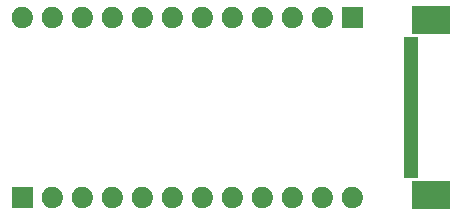
<source format=gbr>
G04 #@! TF.GenerationSoftware,KiCad,Pcbnew,(5.1.5)-3*
G04 #@! TF.CreationDate,2020-06-05T16:26:23+02:00*
G04 #@! TF.ProjectId,FFC_24Pin_P0.5mm_Breakout,4646435f-3234-4506-996e-5f50302e356d,rev?*
G04 #@! TF.SameCoordinates,Original*
G04 #@! TF.FileFunction,Soldermask,Top*
G04 #@! TF.FilePolarity,Negative*
%FSLAX46Y46*%
G04 Gerber Fmt 4.6, Leading zero omitted, Abs format (unit mm)*
G04 Created by KiCad (PCBNEW (5.1.5)-3) date 2020-06-05 16:26:23*
%MOMM*%
%LPD*%
G04 APERTURE LIST*
%ADD10C,0.100000*%
G04 APERTURE END LIST*
D10*
G36*
X127681000Y-94981000D02*
G01*
X124479000Y-94981000D01*
X124479000Y-92579000D01*
X127681000Y-92579000D01*
X127681000Y-94981000D01*
G37*
G36*
X119493512Y-93083927D02*
G01*
X119642812Y-93113624D01*
X119806784Y-93181544D01*
X119954354Y-93280147D01*
X120079853Y-93405646D01*
X120178456Y-93553216D01*
X120246376Y-93717188D01*
X120281000Y-93891259D01*
X120281000Y-94068741D01*
X120246376Y-94242812D01*
X120178456Y-94406784D01*
X120079853Y-94554354D01*
X119954354Y-94679853D01*
X119806784Y-94778456D01*
X119642812Y-94846376D01*
X119493512Y-94876073D01*
X119468742Y-94881000D01*
X119291258Y-94881000D01*
X119266488Y-94876073D01*
X119117188Y-94846376D01*
X118953216Y-94778456D01*
X118805646Y-94679853D01*
X118680147Y-94554354D01*
X118581544Y-94406784D01*
X118513624Y-94242812D01*
X118479000Y-94068741D01*
X118479000Y-93891259D01*
X118513624Y-93717188D01*
X118581544Y-93553216D01*
X118680147Y-93405646D01*
X118805646Y-93280147D01*
X118953216Y-93181544D01*
X119117188Y-93113624D01*
X119266488Y-93083927D01*
X119291258Y-93079000D01*
X119468742Y-93079000D01*
X119493512Y-93083927D01*
G37*
G36*
X116953512Y-93083927D02*
G01*
X117102812Y-93113624D01*
X117266784Y-93181544D01*
X117414354Y-93280147D01*
X117539853Y-93405646D01*
X117638456Y-93553216D01*
X117706376Y-93717188D01*
X117741000Y-93891259D01*
X117741000Y-94068741D01*
X117706376Y-94242812D01*
X117638456Y-94406784D01*
X117539853Y-94554354D01*
X117414354Y-94679853D01*
X117266784Y-94778456D01*
X117102812Y-94846376D01*
X116953512Y-94876073D01*
X116928742Y-94881000D01*
X116751258Y-94881000D01*
X116726488Y-94876073D01*
X116577188Y-94846376D01*
X116413216Y-94778456D01*
X116265646Y-94679853D01*
X116140147Y-94554354D01*
X116041544Y-94406784D01*
X115973624Y-94242812D01*
X115939000Y-94068741D01*
X115939000Y-93891259D01*
X115973624Y-93717188D01*
X116041544Y-93553216D01*
X116140147Y-93405646D01*
X116265646Y-93280147D01*
X116413216Y-93181544D01*
X116577188Y-93113624D01*
X116726488Y-93083927D01*
X116751258Y-93079000D01*
X116928742Y-93079000D01*
X116953512Y-93083927D01*
G37*
G36*
X114413512Y-93083927D02*
G01*
X114562812Y-93113624D01*
X114726784Y-93181544D01*
X114874354Y-93280147D01*
X114999853Y-93405646D01*
X115098456Y-93553216D01*
X115166376Y-93717188D01*
X115201000Y-93891259D01*
X115201000Y-94068741D01*
X115166376Y-94242812D01*
X115098456Y-94406784D01*
X114999853Y-94554354D01*
X114874354Y-94679853D01*
X114726784Y-94778456D01*
X114562812Y-94846376D01*
X114413512Y-94876073D01*
X114388742Y-94881000D01*
X114211258Y-94881000D01*
X114186488Y-94876073D01*
X114037188Y-94846376D01*
X113873216Y-94778456D01*
X113725646Y-94679853D01*
X113600147Y-94554354D01*
X113501544Y-94406784D01*
X113433624Y-94242812D01*
X113399000Y-94068741D01*
X113399000Y-93891259D01*
X113433624Y-93717188D01*
X113501544Y-93553216D01*
X113600147Y-93405646D01*
X113725646Y-93280147D01*
X113873216Y-93181544D01*
X114037188Y-93113624D01*
X114186488Y-93083927D01*
X114211258Y-93079000D01*
X114388742Y-93079000D01*
X114413512Y-93083927D01*
G37*
G36*
X111873512Y-93083927D02*
G01*
X112022812Y-93113624D01*
X112186784Y-93181544D01*
X112334354Y-93280147D01*
X112459853Y-93405646D01*
X112558456Y-93553216D01*
X112626376Y-93717188D01*
X112661000Y-93891259D01*
X112661000Y-94068741D01*
X112626376Y-94242812D01*
X112558456Y-94406784D01*
X112459853Y-94554354D01*
X112334354Y-94679853D01*
X112186784Y-94778456D01*
X112022812Y-94846376D01*
X111873512Y-94876073D01*
X111848742Y-94881000D01*
X111671258Y-94881000D01*
X111646488Y-94876073D01*
X111497188Y-94846376D01*
X111333216Y-94778456D01*
X111185646Y-94679853D01*
X111060147Y-94554354D01*
X110961544Y-94406784D01*
X110893624Y-94242812D01*
X110859000Y-94068741D01*
X110859000Y-93891259D01*
X110893624Y-93717188D01*
X110961544Y-93553216D01*
X111060147Y-93405646D01*
X111185646Y-93280147D01*
X111333216Y-93181544D01*
X111497188Y-93113624D01*
X111646488Y-93083927D01*
X111671258Y-93079000D01*
X111848742Y-93079000D01*
X111873512Y-93083927D01*
G37*
G36*
X109333512Y-93083927D02*
G01*
X109482812Y-93113624D01*
X109646784Y-93181544D01*
X109794354Y-93280147D01*
X109919853Y-93405646D01*
X110018456Y-93553216D01*
X110086376Y-93717188D01*
X110121000Y-93891259D01*
X110121000Y-94068741D01*
X110086376Y-94242812D01*
X110018456Y-94406784D01*
X109919853Y-94554354D01*
X109794354Y-94679853D01*
X109646784Y-94778456D01*
X109482812Y-94846376D01*
X109333512Y-94876073D01*
X109308742Y-94881000D01*
X109131258Y-94881000D01*
X109106488Y-94876073D01*
X108957188Y-94846376D01*
X108793216Y-94778456D01*
X108645646Y-94679853D01*
X108520147Y-94554354D01*
X108421544Y-94406784D01*
X108353624Y-94242812D01*
X108319000Y-94068741D01*
X108319000Y-93891259D01*
X108353624Y-93717188D01*
X108421544Y-93553216D01*
X108520147Y-93405646D01*
X108645646Y-93280147D01*
X108793216Y-93181544D01*
X108957188Y-93113624D01*
X109106488Y-93083927D01*
X109131258Y-93079000D01*
X109308742Y-93079000D01*
X109333512Y-93083927D01*
G37*
G36*
X106793512Y-93083927D02*
G01*
X106942812Y-93113624D01*
X107106784Y-93181544D01*
X107254354Y-93280147D01*
X107379853Y-93405646D01*
X107478456Y-93553216D01*
X107546376Y-93717188D01*
X107581000Y-93891259D01*
X107581000Y-94068741D01*
X107546376Y-94242812D01*
X107478456Y-94406784D01*
X107379853Y-94554354D01*
X107254354Y-94679853D01*
X107106784Y-94778456D01*
X106942812Y-94846376D01*
X106793512Y-94876073D01*
X106768742Y-94881000D01*
X106591258Y-94881000D01*
X106566488Y-94876073D01*
X106417188Y-94846376D01*
X106253216Y-94778456D01*
X106105646Y-94679853D01*
X105980147Y-94554354D01*
X105881544Y-94406784D01*
X105813624Y-94242812D01*
X105779000Y-94068741D01*
X105779000Y-93891259D01*
X105813624Y-93717188D01*
X105881544Y-93553216D01*
X105980147Y-93405646D01*
X106105646Y-93280147D01*
X106253216Y-93181544D01*
X106417188Y-93113624D01*
X106566488Y-93083927D01*
X106591258Y-93079000D01*
X106768742Y-93079000D01*
X106793512Y-93083927D01*
G37*
G36*
X104253512Y-93083927D02*
G01*
X104402812Y-93113624D01*
X104566784Y-93181544D01*
X104714354Y-93280147D01*
X104839853Y-93405646D01*
X104938456Y-93553216D01*
X105006376Y-93717188D01*
X105041000Y-93891259D01*
X105041000Y-94068741D01*
X105006376Y-94242812D01*
X104938456Y-94406784D01*
X104839853Y-94554354D01*
X104714354Y-94679853D01*
X104566784Y-94778456D01*
X104402812Y-94846376D01*
X104253512Y-94876073D01*
X104228742Y-94881000D01*
X104051258Y-94881000D01*
X104026488Y-94876073D01*
X103877188Y-94846376D01*
X103713216Y-94778456D01*
X103565646Y-94679853D01*
X103440147Y-94554354D01*
X103341544Y-94406784D01*
X103273624Y-94242812D01*
X103239000Y-94068741D01*
X103239000Y-93891259D01*
X103273624Y-93717188D01*
X103341544Y-93553216D01*
X103440147Y-93405646D01*
X103565646Y-93280147D01*
X103713216Y-93181544D01*
X103877188Y-93113624D01*
X104026488Y-93083927D01*
X104051258Y-93079000D01*
X104228742Y-93079000D01*
X104253512Y-93083927D01*
G37*
G36*
X101713512Y-93083927D02*
G01*
X101862812Y-93113624D01*
X102026784Y-93181544D01*
X102174354Y-93280147D01*
X102299853Y-93405646D01*
X102398456Y-93553216D01*
X102466376Y-93717188D01*
X102501000Y-93891259D01*
X102501000Y-94068741D01*
X102466376Y-94242812D01*
X102398456Y-94406784D01*
X102299853Y-94554354D01*
X102174354Y-94679853D01*
X102026784Y-94778456D01*
X101862812Y-94846376D01*
X101713512Y-94876073D01*
X101688742Y-94881000D01*
X101511258Y-94881000D01*
X101486488Y-94876073D01*
X101337188Y-94846376D01*
X101173216Y-94778456D01*
X101025646Y-94679853D01*
X100900147Y-94554354D01*
X100801544Y-94406784D01*
X100733624Y-94242812D01*
X100699000Y-94068741D01*
X100699000Y-93891259D01*
X100733624Y-93717188D01*
X100801544Y-93553216D01*
X100900147Y-93405646D01*
X101025646Y-93280147D01*
X101173216Y-93181544D01*
X101337188Y-93113624D01*
X101486488Y-93083927D01*
X101511258Y-93079000D01*
X101688742Y-93079000D01*
X101713512Y-93083927D01*
G37*
G36*
X99173512Y-93083927D02*
G01*
X99322812Y-93113624D01*
X99486784Y-93181544D01*
X99634354Y-93280147D01*
X99759853Y-93405646D01*
X99858456Y-93553216D01*
X99926376Y-93717188D01*
X99961000Y-93891259D01*
X99961000Y-94068741D01*
X99926376Y-94242812D01*
X99858456Y-94406784D01*
X99759853Y-94554354D01*
X99634354Y-94679853D01*
X99486784Y-94778456D01*
X99322812Y-94846376D01*
X99173512Y-94876073D01*
X99148742Y-94881000D01*
X98971258Y-94881000D01*
X98946488Y-94876073D01*
X98797188Y-94846376D01*
X98633216Y-94778456D01*
X98485646Y-94679853D01*
X98360147Y-94554354D01*
X98261544Y-94406784D01*
X98193624Y-94242812D01*
X98159000Y-94068741D01*
X98159000Y-93891259D01*
X98193624Y-93717188D01*
X98261544Y-93553216D01*
X98360147Y-93405646D01*
X98485646Y-93280147D01*
X98633216Y-93181544D01*
X98797188Y-93113624D01*
X98946488Y-93083927D01*
X98971258Y-93079000D01*
X99148742Y-93079000D01*
X99173512Y-93083927D01*
G37*
G36*
X96633512Y-93083927D02*
G01*
X96782812Y-93113624D01*
X96946784Y-93181544D01*
X97094354Y-93280147D01*
X97219853Y-93405646D01*
X97318456Y-93553216D01*
X97386376Y-93717188D01*
X97421000Y-93891259D01*
X97421000Y-94068741D01*
X97386376Y-94242812D01*
X97318456Y-94406784D01*
X97219853Y-94554354D01*
X97094354Y-94679853D01*
X96946784Y-94778456D01*
X96782812Y-94846376D01*
X96633512Y-94876073D01*
X96608742Y-94881000D01*
X96431258Y-94881000D01*
X96406488Y-94876073D01*
X96257188Y-94846376D01*
X96093216Y-94778456D01*
X95945646Y-94679853D01*
X95820147Y-94554354D01*
X95721544Y-94406784D01*
X95653624Y-94242812D01*
X95619000Y-94068741D01*
X95619000Y-93891259D01*
X95653624Y-93717188D01*
X95721544Y-93553216D01*
X95820147Y-93405646D01*
X95945646Y-93280147D01*
X96093216Y-93181544D01*
X96257188Y-93113624D01*
X96406488Y-93083927D01*
X96431258Y-93079000D01*
X96608742Y-93079000D01*
X96633512Y-93083927D01*
G37*
G36*
X94093512Y-93083927D02*
G01*
X94242812Y-93113624D01*
X94406784Y-93181544D01*
X94554354Y-93280147D01*
X94679853Y-93405646D01*
X94778456Y-93553216D01*
X94846376Y-93717188D01*
X94881000Y-93891259D01*
X94881000Y-94068741D01*
X94846376Y-94242812D01*
X94778456Y-94406784D01*
X94679853Y-94554354D01*
X94554354Y-94679853D01*
X94406784Y-94778456D01*
X94242812Y-94846376D01*
X94093512Y-94876073D01*
X94068742Y-94881000D01*
X93891258Y-94881000D01*
X93866488Y-94876073D01*
X93717188Y-94846376D01*
X93553216Y-94778456D01*
X93405646Y-94679853D01*
X93280147Y-94554354D01*
X93181544Y-94406784D01*
X93113624Y-94242812D01*
X93079000Y-94068741D01*
X93079000Y-93891259D01*
X93113624Y-93717188D01*
X93181544Y-93553216D01*
X93280147Y-93405646D01*
X93405646Y-93280147D01*
X93553216Y-93181544D01*
X93717188Y-93113624D01*
X93866488Y-93083927D01*
X93891258Y-93079000D01*
X94068742Y-93079000D01*
X94093512Y-93083927D01*
G37*
G36*
X92341000Y-94881000D02*
G01*
X90539000Y-94881000D01*
X90539000Y-93079000D01*
X92341000Y-93079000D01*
X92341000Y-94881000D01*
G37*
G36*
X124981000Y-92311000D02*
G01*
X123779000Y-92311000D01*
X123779000Y-80409000D01*
X124981000Y-80409000D01*
X124981000Y-92311000D01*
G37*
G36*
X127681000Y-80141000D02*
G01*
X124479000Y-80141000D01*
X124479000Y-77739000D01*
X127681000Y-77739000D01*
X127681000Y-80141000D01*
G37*
G36*
X94093512Y-77843927D02*
G01*
X94242812Y-77873624D01*
X94406784Y-77941544D01*
X94554354Y-78040147D01*
X94679853Y-78165646D01*
X94778456Y-78313216D01*
X94846376Y-78477188D01*
X94881000Y-78651259D01*
X94881000Y-78828741D01*
X94846376Y-79002812D01*
X94778456Y-79166784D01*
X94679853Y-79314354D01*
X94554354Y-79439853D01*
X94406784Y-79538456D01*
X94242812Y-79606376D01*
X94093512Y-79636073D01*
X94068742Y-79641000D01*
X93891258Y-79641000D01*
X93866488Y-79636073D01*
X93717188Y-79606376D01*
X93553216Y-79538456D01*
X93405646Y-79439853D01*
X93280147Y-79314354D01*
X93181544Y-79166784D01*
X93113624Y-79002812D01*
X93079000Y-78828741D01*
X93079000Y-78651259D01*
X93113624Y-78477188D01*
X93181544Y-78313216D01*
X93280147Y-78165646D01*
X93405646Y-78040147D01*
X93553216Y-77941544D01*
X93717188Y-77873624D01*
X93866488Y-77843927D01*
X93891258Y-77839000D01*
X94068742Y-77839000D01*
X94093512Y-77843927D01*
G37*
G36*
X91553512Y-77843927D02*
G01*
X91702812Y-77873624D01*
X91866784Y-77941544D01*
X92014354Y-78040147D01*
X92139853Y-78165646D01*
X92238456Y-78313216D01*
X92306376Y-78477188D01*
X92341000Y-78651259D01*
X92341000Y-78828741D01*
X92306376Y-79002812D01*
X92238456Y-79166784D01*
X92139853Y-79314354D01*
X92014354Y-79439853D01*
X91866784Y-79538456D01*
X91702812Y-79606376D01*
X91553512Y-79636073D01*
X91528742Y-79641000D01*
X91351258Y-79641000D01*
X91326488Y-79636073D01*
X91177188Y-79606376D01*
X91013216Y-79538456D01*
X90865646Y-79439853D01*
X90740147Y-79314354D01*
X90641544Y-79166784D01*
X90573624Y-79002812D01*
X90539000Y-78828741D01*
X90539000Y-78651259D01*
X90573624Y-78477188D01*
X90641544Y-78313216D01*
X90740147Y-78165646D01*
X90865646Y-78040147D01*
X91013216Y-77941544D01*
X91177188Y-77873624D01*
X91326488Y-77843927D01*
X91351258Y-77839000D01*
X91528742Y-77839000D01*
X91553512Y-77843927D01*
G37*
G36*
X96633512Y-77843927D02*
G01*
X96782812Y-77873624D01*
X96946784Y-77941544D01*
X97094354Y-78040147D01*
X97219853Y-78165646D01*
X97318456Y-78313216D01*
X97386376Y-78477188D01*
X97421000Y-78651259D01*
X97421000Y-78828741D01*
X97386376Y-79002812D01*
X97318456Y-79166784D01*
X97219853Y-79314354D01*
X97094354Y-79439853D01*
X96946784Y-79538456D01*
X96782812Y-79606376D01*
X96633512Y-79636073D01*
X96608742Y-79641000D01*
X96431258Y-79641000D01*
X96406488Y-79636073D01*
X96257188Y-79606376D01*
X96093216Y-79538456D01*
X95945646Y-79439853D01*
X95820147Y-79314354D01*
X95721544Y-79166784D01*
X95653624Y-79002812D01*
X95619000Y-78828741D01*
X95619000Y-78651259D01*
X95653624Y-78477188D01*
X95721544Y-78313216D01*
X95820147Y-78165646D01*
X95945646Y-78040147D01*
X96093216Y-77941544D01*
X96257188Y-77873624D01*
X96406488Y-77843927D01*
X96431258Y-77839000D01*
X96608742Y-77839000D01*
X96633512Y-77843927D01*
G37*
G36*
X99173512Y-77843927D02*
G01*
X99322812Y-77873624D01*
X99486784Y-77941544D01*
X99634354Y-78040147D01*
X99759853Y-78165646D01*
X99858456Y-78313216D01*
X99926376Y-78477188D01*
X99961000Y-78651259D01*
X99961000Y-78828741D01*
X99926376Y-79002812D01*
X99858456Y-79166784D01*
X99759853Y-79314354D01*
X99634354Y-79439853D01*
X99486784Y-79538456D01*
X99322812Y-79606376D01*
X99173512Y-79636073D01*
X99148742Y-79641000D01*
X98971258Y-79641000D01*
X98946488Y-79636073D01*
X98797188Y-79606376D01*
X98633216Y-79538456D01*
X98485646Y-79439853D01*
X98360147Y-79314354D01*
X98261544Y-79166784D01*
X98193624Y-79002812D01*
X98159000Y-78828741D01*
X98159000Y-78651259D01*
X98193624Y-78477188D01*
X98261544Y-78313216D01*
X98360147Y-78165646D01*
X98485646Y-78040147D01*
X98633216Y-77941544D01*
X98797188Y-77873624D01*
X98946488Y-77843927D01*
X98971258Y-77839000D01*
X99148742Y-77839000D01*
X99173512Y-77843927D01*
G37*
G36*
X101713512Y-77843927D02*
G01*
X101862812Y-77873624D01*
X102026784Y-77941544D01*
X102174354Y-78040147D01*
X102299853Y-78165646D01*
X102398456Y-78313216D01*
X102466376Y-78477188D01*
X102501000Y-78651259D01*
X102501000Y-78828741D01*
X102466376Y-79002812D01*
X102398456Y-79166784D01*
X102299853Y-79314354D01*
X102174354Y-79439853D01*
X102026784Y-79538456D01*
X101862812Y-79606376D01*
X101713512Y-79636073D01*
X101688742Y-79641000D01*
X101511258Y-79641000D01*
X101486488Y-79636073D01*
X101337188Y-79606376D01*
X101173216Y-79538456D01*
X101025646Y-79439853D01*
X100900147Y-79314354D01*
X100801544Y-79166784D01*
X100733624Y-79002812D01*
X100699000Y-78828741D01*
X100699000Y-78651259D01*
X100733624Y-78477188D01*
X100801544Y-78313216D01*
X100900147Y-78165646D01*
X101025646Y-78040147D01*
X101173216Y-77941544D01*
X101337188Y-77873624D01*
X101486488Y-77843927D01*
X101511258Y-77839000D01*
X101688742Y-77839000D01*
X101713512Y-77843927D01*
G37*
G36*
X104253512Y-77843927D02*
G01*
X104402812Y-77873624D01*
X104566784Y-77941544D01*
X104714354Y-78040147D01*
X104839853Y-78165646D01*
X104938456Y-78313216D01*
X105006376Y-78477188D01*
X105041000Y-78651259D01*
X105041000Y-78828741D01*
X105006376Y-79002812D01*
X104938456Y-79166784D01*
X104839853Y-79314354D01*
X104714354Y-79439853D01*
X104566784Y-79538456D01*
X104402812Y-79606376D01*
X104253512Y-79636073D01*
X104228742Y-79641000D01*
X104051258Y-79641000D01*
X104026488Y-79636073D01*
X103877188Y-79606376D01*
X103713216Y-79538456D01*
X103565646Y-79439853D01*
X103440147Y-79314354D01*
X103341544Y-79166784D01*
X103273624Y-79002812D01*
X103239000Y-78828741D01*
X103239000Y-78651259D01*
X103273624Y-78477188D01*
X103341544Y-78313216D01*
X103440147Y-78165646D01*
X103565646Y-78040147D01*
X103713216Y-77941544D01*
X103877188Y-77873624D01*
X104026488Y-77843927D01*
X104051258Y-77839000D01*
X104228742Y-77839000D01*
X104253512Y-77843927D01*
G37*
G36*
X106793512Y-77843927D02*
G01*
X106942812Y-77873624D01*
X107106784Y-77941544D01*
X107254354Y-78040147D01*
X107379853Y-78165646D01*
X107478456Y-78313216D01*
X107546376Y-78477188D01*
X107581000Y-78651259D01*
X107581000Y-78828741D01*
X107546376Y-79002812D01*
X107478456Y-79166784D01*
X107379853Y-79314354D01*
X107254354Y-79439853D01*
X107106784Y-79538456D01*
X106942812Y-79606376D01*
X106793512Y-79636073D01*
X106768742Y-79641000D01*
X106591258Y-79641000D01*
X106566488Y-79636073D01*
X106417188Y-79606376D01*
X106253216Y-79538456D01*
X106105646Y-79439853D01*
X105980147Y-79314354D01*
X105881544Y-79166784D01*
X105813624Y-79002812D01*
X105779000Y-78828741D01*
X105779000Y-78651259D01*
X105813624Y-78477188D01*
X105881544Y-78313216D01*
X105980147Y-78165646D01*
X106105646Y-78040147D01*
X106253216Y-77941544D01*
X106417188Y-77873624D01*
X106566488Y-77843927D01*
X106591258Y-77839000D01*
X106768742Y-77839000D01*
X106793512Y-77843927D01*
G37*
G36*
X109333512Y-77843927D02*
G01*
X109482812Y-77873624D01*
X109646784Y-77941544D01*
X109794354Y-78040147D01*
X109919853Y-78165646D01*
X110018456Y-78313216D01*
X110086376Y-78477188D01*
X110121000Y-78651259D01*
X110121000Y-78828741D01*
X110086376Y-79002812D01*
X110018456Y-79166784D01*
X109919853Y-79314354D01*
X109794354Y-79439853D01*
X109646784Y-79538456D01*
X109482812Y-79606376D01*
X109333512Y-79636073D01*
X109308742Y-79641000D01*
X109131258Y-79641000D01*
X109106488Y-79636073D01*
X108957188Y-79606376D01*
X108793216Y-79538456D01*
X108645646Y-79439853D01*
X108520147Y-79314354D01*
X108421544Y-79166784D01*
X108353624Y-79002812D01*
X108319000Y-78828741D01*
X108319000Y-78651259D01*
X108353624Y-78477188D01*
X108421544Y-78313216D01*
X108520147Y-78165646D01*
X108645646Y-78040147D01*
X108793216Y-77941544D01*
X108957188Y-77873624D01*
X109106488Y-77843927D01*
X109131258Y-77839000D01*
X109308742Y-77839000D01*
X109333512Y-77843927D01*
G37*
G36*
X111873512Y-77843927D02*
G01*
X112022812Y-77873624D01*
X112186784Y-77941544D01*
X112334354Y-78040147D01*
X112459853Y-78165646D01*
X112558456Y-78313216D01*
X112626376Y-78477188D01*
X112661000Y-78651259D01*
X112661000Y-78828741D01*
X112626376Y-79002812D01*
X112558456Y-79166784D01*
X112459853Y-79314354D01*
X112334354Y-79439853D01*
X112186784Y-79538456D01*
X112022812Y-79606376D01*
X111873512Y-79636073D01*
X111848742Y-79641000D01*
X111671258Y-79641000D01*
X111646488Y-79636073D01*
X111497188Y-79606376D01*
X111333216Y-79538456D01*
X111185646Y-79439853D01*
X111060147Y-79314354D01*
X110961544Y-79166784D01*
X110893624Y-79002812D01*
X110859000Y-78828741D01*
X110859000Y-78651259D01*
X110893624Y-78477188D01*
X110961544Y-78313216D01*
X111060147Y-78165646D01*
X111185646Y-78040147D01*
X111333216Y-77941544D01*
X111497188Y-77873624D01*
X111646488Y-77843927D01*
X111671258Y-77839000D01*
X111848742Y-77839000D01*
X111873512Y-77843927D01*
G37*
G36*
X114413512Y-77843927D02*
G01*
X114562812Y-77873624D01*
X114726784Y-77941544D01*
X114874354Y-78040147D01*
X114999853Y-78165646D01*
X115098456Y-78313216D01*
X115166376Y-78477188D01*
X115201000Y-78651259D01*
X115201000Y-78828741D01*
X115166376Y-79002812D01*
X115098456Y-79166784D01*
X114999853Y-79314354D01*
X114874354Y-79439853D01*
X114726784Y-79538456D01*
X114562812Y-79606376D01*
X114413512Y-79636073D01*
X114388742Y-79641000D01*
X114211258Y-79641000D01*
X114186488Y-79636073D01*
X114037188Y-79606376D01*
X113873216Y-79538456D01*
X113725646Y-79439853D01*
X113600147Y-79314354D01*
X113501544Y-79166784D01*
X113433624Y-79002812D01*
X113399000Y-78828741D01*
X113399000Y-78651259D01*
X113433624Y-78477188D01*
X113501544Y-78313216D01*
X113600147Y-78165646D01*
X113725646Y-78040147D01*
X113873216Y-77941544D01*
X114037188Y-77873624D01*
X114186488Y-77843927D01*
X114211258Y-77839000D01*
X114388742Y-77839000D01*
X114413512Y-77843927D01*
G37*
G36*
X116953512Y-77843927D02*
G01*
X117102812Y-77873624D01*
X117266784Y-77941544D01*
X117414354Y-78040147D01*
X117539853Y-78165646D01*
X117638456Y-78313216D01*
X117706376Y-78477188D01*
X117741000Y-78651259D01*
X117741000Y-78828741D01*
X117706376Y-79002812D01*
X117638456Y-79166784D01*
X117539853Y-79314354D01*
X117414354Y-79439853D01*
X117266784Y-79538456D01*
X117102812Y-79606376D01*
X116953512Y-79636073D01*
X116928742Y-79641000D01*
X116751258Y-79641000D01*
X116726488Y-79636073D01*
X116577188Y-79606376D01*
X116413216Y-79538456D01*
X116265646Y-79439853D01*
X116140147Y-79314354D01*
X116041544Y-79166784D01*
X115973624Y-79002812D01*
X115939000Y-78828741D01*
X115939000Y-78651259D01*
X115973624Y-78477188D01*
X116041544Y-78313216D01*
X116140147Y-78165646D01*
X116265646Y-78040147D01*
X116413216Y-77941544D01*
X116577188Y-77873624D01*
X116726488Y-77843927D01*
X116751258Y-77839000D01*
X116928742Y-77839000D01*
X116953512Y-77843927D01*
G37*
G36*
X120281000Y-79641000D02*
G01*
X118479000Y-79641000D01*
X118479000Y-77839000D01*
X120281000Y-77839000D01*
X120281000Y-79641000D01*
G37*
M02*

</source>
